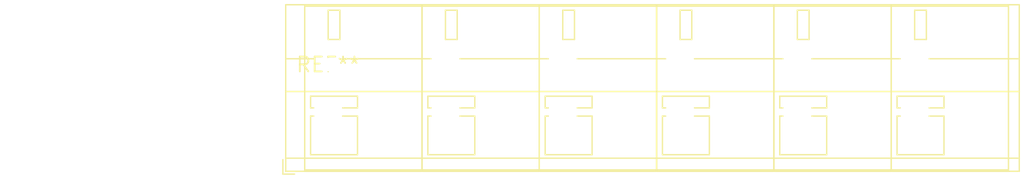
<source format=kicad_pcb>
(kicad_pcb (version 20240108) (generator pcbnew)
  (layers (0 "F.Cu" signal) (31 "B.Cu" signal) (34 "B.Paste" user) (35 "F.Paste" user) (36 "B.SilkS" user "B.Silkscreen") (37 "F.SilkS" user "F.Silkscreen") (38 "B.Mask" user) (39 "F.Mask" user) (44 "Edge.Cuts" user))
  (net 0 "")
  (footprint "TerminalBlock_WAGO_236-606_1x06_P10.00mm_45Degree" (layer "F.Cu") (at 0 0)
    (property "Reference" "REF**")
    (property "Value" "TerminalBlock_WAGO_236-606_1x06_P10.00mm_45Degree")
    (fp_line (start -3.86 8.12) (end -3.86 9.36) (layer "F.SilkS") (stroke (width 0.12)))
    (fp_line (start -3.86 9.36) (end -2.86 9.36) (layer "F.SilkS") (stroke (width 0.12)))
    (fp_line (start -3.62 -5.12) (end -3.62 9.12) (layer "F.SilkS") (stroke (width 0.12)))
    (fp_line (start -3.62 -5.12) (end 58.92 -5.12) (layer "F.SilkS") (stroke (width 0.12)))
    (fp_line (start -3.62 -0.5) (end -1.23 -0.5) (layer "F.SilkS") (stroke (width 0.12)))
    (fp_line (start -3.62 2.3) (end 58.92 2.3) (layer "F.SilkS") (stroke (width 0.12)))
    (fp_line (start -3.62 8) (end 58.92 8) (layer "F.SilkS") (stroke (width 0.12)))
    (fp_line (start -3.62 9.12) (end 58.92 9.12) (layer "F.SilkS") (stroke (width 0.12)))
    (fp_line (start -2 -5) (end -2 9) (layer "F.SilkS") (stroke (width 0.12)))
    (fp_line (start -2 -5) (end 8 -5) (layer "F.SilkS") (stroke (width 0.12)))
    (fp_line (start -2 9) (end 8 9) (layer "F.SilkS") (stroke (width 0.12)))
    (fp_line (start -1.5 2.7) (end -1.5 3.7) (layer "F.SilkS") (stroke (width 0.12)))
    (fp_line (start -1.5 2.7) (end 2.5 2.7) (layer "F.SilkS") (stroke (width 0.12)))
    (fp_line (start -1.5 3.7) (end -1.23 3.7) (layer "F.SilkS") (stroke (width 0.12)))
    (fp_line (start -1.5 4.4) (end -1.5 7.7) (layer "F.SilkS") (stroke (width 0.12)))
    (fp_line (start -1.5 4.4) (end -1.23 4.4) (layer "F.SilkS") (stroke (width 0.12)))
    (fp_line (start -1.5 7.7) (end 2.5 7.7) (layer "F.SilkS") (stroke (width 0.12)))
    (fp_line (start 0 -4.65) (end 0 -2.151) (layer "F.SilkS") (stroke (width 0.12)))
    (fp_line (start 0 -4.65) (end 1 -4.65) (layer "F.SilkS") (stroke (width 0.12)))
    (fp_line (start 0 -2.151) (end 1 -2.151) (layer "F.SilkS") (stroke (width 0.12)))
    (fp_line (start 1 -4.65) (end 1 -2.151) (layer "F.SilkS") (stroke (width 0.12)))
    (fp_line (start 1.23 -0.5) (end 8.77 -0.5) (layer "F.SilkS") (stroke (width 0.12)))
    (fp_line (start 1.23 3.7) (end 2.5 3.7) (layer "F.SilkS") (stroke (width 0.12)))
    (fp_line (start 1.23 4.4) (end 2.5 4.4) (layer "F.SilkS") (stroke (width 0.12)))
    (fp_line (start 2.5 2.7) (end 2.5 3.7) (layer "F.SilkS") (stroke (width 0.12)))
    (fp_line (start 2.5 4.4) (end 2.5 7.7) (layer "F.SilkS") (stroke (width 0.12)))
    (fp_line (start 8 -5) (end 8 9) (layer "F.SilkS") (stroke (width 0.12)))
    (fp_line (start 8 -5) (end 8 9) (layer "F.SilkS") (stroke (width 0.12)))
    (fp_line (start 8 -5) (end 18 -5) (layer "F.SilkS") (stroke (width 0.12)))
    (fp_line (start 8 9) (end 18 9) (layer "F.SilkS") (stroke (width 0.12)))
    (fp_line (start 8.5 2.7) (end 8.5 3.7) (layer "F.SilkS") (stroke (width 0.12)))
    (fp_line (start 8.5 2.7) (end 12.5 2.7) (layer "F.SilkS") (stroke (width 0.12)))
    (fp_line (start 8.5 3.7) (end 8.77 3.7) (layer "F.SilkS") (stroke (width 0.12)))
    (fp_line (start 8.5 4.4) (end 8.5 7.7) (layer "F.SilkS") (stroke (width 0.12)))
    (fp_line (start 8.5 4.4) (end 8.77 4.4) (layer "F.SilkS") (stroke (width 0.12)))
    (fp_line (start 8.5 7.7) (end 12.5 7.7) (layer "F.SilkS") (stroke (width 0.12)))
    (fp_line (start 10 -4.65) (end 10 -2.151) (layer "F.SilkS") (stroke (width 0.12)))
    (fp_line (start 10 -4.65) (end 11 -4.65) (layer "F.SilkS") (stroke (width 0.12)))
    (fp_line (start 10 -2.151) (end 11 -2.151) (layer "F.SilkS") (stroke (width 0.12)))
    (fp_line (start 11 -4.65) (end 11 -2.151) (layer "F.SilkS") (stroke (width 0.12)))
    (fp_line (start 11.23 -0.5) (end 18.77 -0.5) (layer "F.SilkS") (stroke (width 0.12)))
    (fp_line (start 11.23 3.7) (end 12.5 3.7) (layer "F.SilkS") (stroke (width 0.12)))
    (fp_line (start 11.23 4.4) (end 12.5 4.4) (layer "F.SilkS") (stroke (width 0.12)))
    (fp_line (start 12.5 2.7) (end 12.5 3.7) (layer "F.SilkS") (stroke (width 0.12)))
    (fp_line (start 12.5 4.4) (end 12.5 7.7) (layer "F.SilkS") (stroke (width 0.12)))
    (fp_line (start 18 -5) (end 18 9) (layer "F.SilkS") (stroke (width 0.12)))
    (fp_line (start 18 -5) (end 18 9) (layer "F.SilkS") (stroke (width 0.12)))
    (fp_line (start 18 -5) (end 28 -5) (layer "F.SilkS") (stroke (width 0.12)))
    (fp_line (start 18 9) (end 28 9) (layer "F.SilkS") (stroke (width 0.12)))
    (fp_line (start 18.5 2.7) (end 18.5 3.7) (layer "F.SilkS") (stroke (width 0.12)))
    (fp_line (start 18.5 2.7) (end 22.5 2.7) (layer "F.SilkS") (stroke (width 0.12)))
    (fp_line (start 18.5 3.7) (end 18.77 3.7) (layer "F.SilkS") (stroke (width 0.12)))
    (fp_line (start 18.5 4.4) (end 18.5 7.7) (layer "F.SilkS") (stroke (width 0.12)))
    (fp_line (start 18.5 4.4) (end 18.77 4.4) (layer "F.SilkS") (stroke (width 0.12)))
    (fp_line (start 18.5 7.7) (end 22.5 7.7) (layer "F.SilkS") (stroke (width 0.12)))
    (fp_line (start 20 -4.65) (end 20 -2.151) (layer "F.SilkS") (stroke (width 0.12)))
    (fp_line (start 20 -4.65) (end 21 -4.65) (layer "F.SilkS") (stroke (width 0.12)))
    (fp_line (start 20 -2.151) (end 21 -2.151) (layer "F.SilkS") (stroke (width 0.12)))
    (fp_line (start 21 -4.65) (end 21 -2.151) (layer "F.SilkS") (stroke (width 0.12)))
    (fp_line (start 21.23 -0.5) (end 28.77 -0.5) (layer "F.SilkS") (stroke (width 0.12)))
    (fp_line (start 21.23 3.7) (end 22.5 3.7) (layer "F.SilkS") (stroke (width 0.12)))
    (fp_line (start 21.23 4.4) (end 22.5 4.4) (layer "F.SilkS") (stroke (width 0.12)))
    (fp_line (start 22.5 2.7) (end 22.5 3.7) (layer "F.SilkS") (stroke (width 0.12)))
    (fp_line (start 22.5 4.4) (end 22.5 7.7) (layer "F.SilkS") (stroke (width 0.12)))
    (fp_line (start 28 -5) (end 28 9) (layer "F.SilkS") (stroke (width 0.12)))
    (fp_line (start 28 -5) (end 28 9) (layer "F.SilkS") (stroke (width 0.12)))
    (fp_line (start 28 -5) (end 38 -5) (layer "F.SilkS") (stroke (width 0.12)))
    (fp_line (start 28 9) (end 38 9) (layer "F.SilkS") (stroke (width 0.12)))
    (fp_line (start 28.5 2.7) (end 28.5 3.7) (layer "F.SilkS") (stroke (width 0.12)))
    (fp_line (start 28.5 2.7) (end 32.5 2.7) (layer "F.SilkS") (stroke (width 0.12)))
    (fp_line (start 28.5 3.7) (end 28.77 3.7) (layer "F.SilkS") (stroke (width 0.12)))
    (fp_line (start 28.5 4.4) (end 28.5 7.7) (layer "F.SilkS") (stroke (width 0.12)))
    (fp_line (start 28.5 4.4) (end 28.77 4.4) (layer "F.SilkS") (stroke (width 0.12)))
    (fp_line (start 28.5 7.7) (end 32.5 7.7) (layer "F.SilkS") (stroke (width 0.12)))
    (fp_line (start 30 -4.65) (end 30 -2.151) (layer "F.SilkS") (stroke (width 0.12)))
    (fp_line (start 30 -4.65) (end 31 -4.65) (layer "F.SilkS") (stroke (width 0.12)))
    (fp_line (start 30 -2.151) (end 31 -2.151) (layer "F.SilkS") (stroke (width 0.12)))
    (fp_line (start 31 -4.65) (end 31 -2.151) (layer "F.SilkS") (stroke (width 0.12)))
    (fp_line (start 31.23 -0.5) (end 38.77 -0.5) (layer "F.SilkS") (stroke (width 0.12)))
    (fp_line (start 31.23 3.7) (end 32.5 3.7) (layer "F.SilkS") (stroke (width 0.12)))
    (fp_line (start 31.23 4.4) (end 32.5 4.4) (layer "F.SilkS") (stroke (width 0.12)))
    (fp_line (start 32.5 2.7) (end 32.5 3.7) (layer "F.SilkS") (stroke (width 0.12)))
    (fp_line (start 32.5 4.4) (end 32.5 7.7) (layer "F.SilkS") (stroke (width 0.12)))
    (fp_line (start 38 -5) (end 38 9) (layer "F.SilkS") (stroke (width 0.12)))
    (fp_line (start 38 -5) (end 38 9) (layer "F.SilkS") (stroke (width 0.12)))
    (fp_line (start 38 -5) (end 48 -5) (layer "F.SilkS") (stroke (width 0.12)))
    (fp_line (start 38 9) (end 48 9) (layer "F.SilkS") (stroke (width 0.12)))
    (fp_line (start 38.5 2.7) (end 38.5 3.7) (layer "F.SilkS") (stroke (width 0.12)))
    (fp_line (start 38.5 2.7) (end 42.5 2.7) (layer "F.SilkS") (stroke (width 0.12)))
    (fp_line (start 38.5 3.7) (end 38.77 3.7) (layer "F.SilkS") (stroke (width 0.12)))
    (fp_line (start 38.5 4.4) (end 38.5 7.7) (layer "F.SilkS") (stroke (width 0.12)))
    (fp_line (start 38.5 4.4) (end 38.77 4.4) (layer "F.SilkS") (stroke (width 0.12)))
    (fp_line (start 38.5 7.7) (end 42.5 7.7) (layer "F.SilkS") (stroke (width 0.12)))
    (fp_line (start 40 -4.65) (end 40 -2.151) (layer "F.SilkS") (stroke (width 0.12)))
    (fp_line (start 40 -4.65) (end 41 -4.65) (layer "F.SilkS") (stroke (width 0.12)))
    (fp_line (start 40 -2.151) (end 41 -2.151) (layer "F.SilkS") (stroke (width 0.12)))
    (fp_line (start 41 -4.65) (end 41 -2.151) (layer "F.SilkS") (stroke (width 0.12)))
    (fp_line (start 41.23 -0.5) (end 48.77 -0.5) (layer "F.SilkS") (stroke (width 0.12)))
    (fp_line (start 41.23 3.7) (end 42.5 3.7) (layer "F.SilkS") (stroke (width 0.12)))
    (fp_line (start 41.23 4.4) (end 42.5 4.4) (layer "F.SilkS") (stroke (width 0.12)))
    (fp_line (start 42.5 2.7) (end 42.5 3.7) (layer "F.SilkS") (stroke (width 0.12)))
    (fp_line (start 42.5 4.4) (end 42.5 7.7) (layer "F.SilkS") (stroke (width 0.12)))
    (fp_line (start 48 -5) (end 48 9) (layer "F.SilkS") (stroke (width 0.12)))
    (fp_line (start 48 -5) (end 48 9) (layer "F.SilkS") (stroke (width 0.12)))
    (fp_line (start 48 -5) (end 58 -5) (layer "F.SilkS") (stroke (width 0.12)))
    (fp_line (start 48 9) (end 58 9) (layer "F.SilkS") (stroke (width 0.12)))
    (fp_line (start 48.5 2.7) (end 48.5 3.7) (layer "F.SilkS") (stroke (width 0.12)))
    (fp_line (start 48.5 2.7) (end 52.5 2.7) (layer "F.SilkS") (stroke (width 0.12)))
    (fp_line (start 48.5 3.7) (end 48.77 3.7) (layer "F.SilkS") (stroke (width 0.12)))
    (fp_line (start 48.5 4.4) (end 48.5 7.7) (layer "F.SilkS") (stroke (width 0.12)))
    (fp_line (start 48.5 4.4) (end 48.77 4.4) (layer "F.SilkS") (stroke (width 0.12)))
    (fp_line (start 48.5 7.7) (end 52.5 7.7) (layer "F.SilkS") (stroke (width 0.12)))
    (fp_line (start 50 -4.65) (end 50 -2.151) (layer "F.SilkS") (stroke (width 0.12)))
    (fp_line (start 50 -4.65) (end 51 -4.65) (layer "F.SilkS") (stroke (width 0.12)))
    (fp_line (start 50 -2.151) (end 51 -2.151) (layer "F.SilkS") (stroke (width 0.12)))
    (fp_line (start 51 -4.65) (end 51 -2.151) (layer "F.SilkS") (stroke (width 0.12)))
    (fp_line (start 51.23 -0.5) (end 58.92 -0.5) (layer "F.SilkS") (stroke (width 0.12)))
    (fp_line (start 51.23 3.7) (end 52.5 3.7) (layer "F.SilkS") (stroke (width 0.12)))
    (fp_line (start 51.23 4.4) (end 52.5 4.4) (layer "F.SilkS") (stroke (width 0.12)))
    (fp_line (start 52.5 2.7) (end 52.5 3.7) (layer "F.SilkS") (stroke (width 0.12)))
    (fp_line (start 52.5 4.4) (end 52.5 7.7) (layer "F.SilkS") (stroke (width 0.12)))
    (fp_line (start 58 -5) (end 58 9) (layer "F.SilkS") (stroke (width 0.12)))
    (fp_line (start 58.92 -5.12) (end 58.92 9.12) (layer "F.SilkS") (stroke (width 0.12)))
    (pad "1" thru_hole rect (at 0 0) (size 1.5 3) (drill 1.15) (layers *.Cu *.Mask) (remove_unused_layers))
    (pad "1" thru_hole rect (at 0 5) (size 1.5 3) (drill 1.15) (layers *.Cu *.Mask) (remove_unused_layers))
    (pad "2" thru_hole oval (at 10 0) (size 1.5 3) (drill 1.15) (layers *.Cu *.Mask) (remove_unused_layers))
    (pad "2" thru_hole oval (at 10 5) (size 1.5 3) (drill 1.15) (layers *.Cu *.Mask) (remove_unused_layers))
    (pad "3" thru_hole oval (at 20 0) (size 1.5 3) (drill 1.15) (layers *.Cu *.Mask) (remove_unused_layers))
    (pad "3" thru_hole oval (at 20 5) (size 1.5 3) (drill 1.15) (layers *.Cu *.Mask) (remove_unused_layers))
    (pad "4" thru_hole oval (at 30 0) (size 1.5 3) (drill 1.15) (layers *.Cu *.Mask) (remove_unused_layers))
    (pad "4" thru_hole oval (at 30 5) (size 1.5 3) (drill 1.15) (layers *.Cu *.Mask) (remove_unused_layers))
    (pad "5" thru_hole oval (at 40 0) (size 1.5 3) (drill 1.15) (layers *.Cu *.Mask) (remove_unused_layers))
    (pad "5" thru_hole oval (at 40 5) (size 1.5 3) (drill 1.15) (layers *.Cu *.Mask) (remove_unused_layers))
    (pad "6" thru_hole oval (at 50 0) (size 1.5 3) (drill 1.15) (layers *.Cu *.Mask) (remove_unused_layers))
    (pad "6" thru_hole oval (at 50 5) (size 1.5 3) (drill 1.15) (layers *.Cu *.Mask) (remove_unused_layers))
  )
)
</source>
